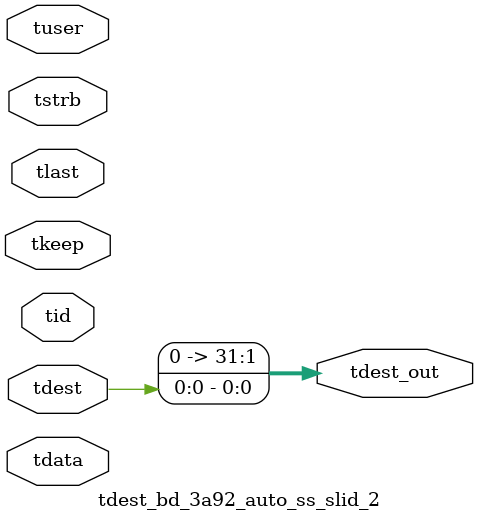
<source format=v>


`timescale 1ps/1ps

module tdest_bd_3a92_auto_ss_slid_2 #
(
parameter C_S_AXIS_TDATA_WIDTH = 32,
parameter C_S_AXIS_TUSER_WIDTH = 0,
parameter C_S_AXIS_TID_WIDTH   = 0,
parameter C_S_AXIS_TDEST_WIDTH = 0,
parameter C_M_AXIS_TDEST_WIDTH = 32
)
(
input  [(C_S_AXIS_TDATA_WIDTH == 0 ? 1 : C_S_AXIS_TDATA_WIDTH)-1:0     ] tdata,
input  [(C_S_AXIS_TUSER_WIDTH == 0 ? 1 : C_S_AXIS_TUSER_WIDTH)-1:0     ] tuser,
input  [(C_S_AXIS_TID_WIDTH   == 0 ? 1 : C_S_AXIS_TID_WIDTH)-1:0       ] tid,
input  [(C_S_AXIS_TDEST_WIDTH == 0 ? 1 : C_S_AXIS_TDEST_WIDTH)-1:0     ] tdest,
input  [(C_S_AXIS_TDATA_WIDTH/8)-1:0 ] tkeep,
input  [(C_S_AXIS_TDATA_WIDTH/8)-1:0 ] tstrb,
input                                                                    tlast,
output [C_M_AXIS_TDEST_WIDTH-1:0] tdest_out
);

assign tdest_out = {3'b000,tdest[0:0]};

endmodule


</source>
